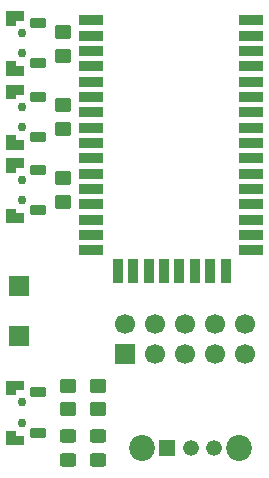
<source format=gbr>
%TF.GenerationSoftware,KiCad,Pcbnew,9.0.4*%
%TF.CreationDate,2025-09-28T00:50:50+02:00*%
%TF.ProjectId,BTM308-host-top,42544d33-3038-42d6-986f-73742d746f70,rev?*%
%TF.SameCoordinates,Original*%
%TF.FileFunction,Soldermask,Top*%
%TF.FilePolarity,Negative*%
%FSLAX46Y46*%
G04 Gerber Fmt 4.6, Leading zero omitted, Abs format (unit mm)*
G04 Created by KiCad (PCBNEW 9.0.4) date 2025-09-28 00:50:50*
%MOMM*%
%LPD*%
G01*
G04 APERTURE LIST*
G04 Aperture macros list*
%AMRoundRect*
0 Rectangle with rounded corners*
0 $1 Rounding radius*
0 $2 $3 $4 $5 $6 $7 $8 $9 X,Y pos of 4 corners*
0 Add a 4 corners polygon primitive as box body*
4,1,4,$2,$3,$4,$5,$6,$7,$8,$9,$2,$3,0*
0 Add four circle primitives for the rounded corners*
1,1,$1+$1,$2,$3*
1,1,$1+$1,$4,$5*
1,1,$1+$1,$6,$7*
1,1,$1+$1,$8,$9*
0 Add four rect primitives between the rounded corners*
20,1,$1+$1,$2,$3,$4,$5,0*
20,1,$1+$1,$4,$5,$6,$7,0*
20,1,$1+$1,$6,$7,$8,$9,0*
20,1,$1+$1,$8,$9,$2,$3,0*%
G04 Aperture macros list end*
%ADD10C,0.001000*%
%ADD11C,0.750000*%
%ADD12RoundRect,0.102000X0.600000X-0.300000X0.600000X0.300000X-0.600000X0.300000X-0.600000X-0.300000X0*%
%ADD13R,2.000000X0.925000*%
%ADD14R,0.925000X2.000000*%
%ADD15RoundRect,0.250000X0.450000X-0.350000X0.450000X0.350000X-0.450000X0.350000X-0.450000X-0.350000X0*%
%ADD16R,1.700000X1.700000*%
%ADD17RoundRect,0.250000X-0.450000X0.350000X-0.450000X-0.350000X0.450000X-0.350000X0.450000X0.350000X0*%
%ADD18RoundRect,0.250000X-0.450000X0.325000X-0.450000X-0.325000X0.450000X-0.325000X0.450000X0.325000X0*%
%ADD19C,1.700000*%
%ADD20R,1.337000X1.337000*%
%ADD21C,1.337000*%
%ADD22C,2.190000*%
G04 APERTURE END LIST*
D10*
%TO.C,SW6*%
X117050000Y-88067500D02*
X116400000Y-88067500D01*
X116400000Y-88467500D01*
X115650000Y-88467500D01*
X115650000Y-87317500D01*
X117050000Y-87317500D01*
X117050000Y-88067500D01*
G36*
X117050000Y-88067500D02*
G01*
X116400000Y-88067500D01*
X116400000Y-88467500D01*
X115650000Y-88467500D01*
X115650000Y-87317500D01*
X117050000Y-87317500D01*
X117050000Y-88067500D01*
G37*
X116400000Y-91967500D02*
X117050000Y-91967500D01*
X117050000Y-92717500D01*
X115650000Y-92717500D01*
X115650000Y-91567500D01*
X115700000Y-91567500D01*
X116400000Y-91567500D01*
X116400000Y-91967500D01*
G36*
X116400000Y-91967500D02*
G01*
X117050000Y-91967500D01*
X117050000Y-92717500D01*
X115650000Y-92717500D01*
X115650000Y-91567500D01*
X115700000Y-91567500D01*
X116400000Y-91567500D01*
X116400000Y-91967500D01*
G37*
%TO.C,SW1*%
X117050000Y-63025000D02*
X116400000Y-63025000D01*
X116400000Y-63425000D01*
X115650000Y-63425000D01*
X115650000Y-62275000D01*
X117050000Y-62275000D01*
X117050000Y-63025000D01*
G36*
X117050000Y-63025000D02*
G01*
X116400000Y-63025000D01*
X116400000Y-63425000D01*
X115650000Y-63425000D01*
X115650000Y-62275000D01*
X117050000Y-62275000D01*
X117050000Y-63025000D01*
G37*
X116400000Y-66925000D02*
X117050000Y-66925000D01*
X117050000Y-67675000D01*
X115650000Y-67675000D01*
X115650000Y-66525000D01*
X115700000Y-66525000D01*
X116400000Y-66525000D01*
X116400000Y-66925000D01*
G36*
X116400000Y-66925000D02*
G01*
X117050000Y-66925000D01*
X117050000Y-67675000D01*
X115650000Y-67675000D01*
X115650000Y-66525000D01*
X115700000Y-66525000D01*
X116400000Y-66525000D01*
X116400000Y-66925000D01*
G37*
%TO.C,SW2*%
X117050000Y-69250000D02*
X116400000Y-69250000D01*
X116400000Y-69650000D01*
X115650000Y-69650000D01*
X115650000Y-68500000D01*
X117050000Y-68500000D01*
X117050000Y-69250000D01*
G36*
X117050000Y-69250000D02*
G01*
X116400000Y-69250000D01*
X116400000Y-69650000D01*
X115650000Y-69650000D01*
X115650000Y-68500000D01*
X117050000Y-68500000D01*
X117050000Y-69250000D01*
G37*
X116400000Y-73150000D02*
X117050000Y-73150000D01*
X117050000Y-73900000D01*
X115650000Y-73900000D01*
X115650000Y-72750000D01*
X115700000Y-72750000D01*
X116400000Y-72750000D01*
X116400000Y-73150000D01*
G36*
X116400000Y-73150000D02*
G01*
X117050000Y-73150000D01*
X117050000Y-73900000D01*
X115650000Y-73900000D01*
X115650000Y-72750000D01*
X115700000Y-72750000D01*
X116400000Y-72750000D01*
X116400000Y-73150000D01*
G37*
%TO.C,SW3*%
X117050000Y-56800000D02*
X116400000Y-56800000D01*
X116400000Y-57200000D01*
X115650000Y-57200000D01*
X115650000Y-56050000D01*
X117050000Y-56050000D01*
X117050000Y-56800000D01*
G36*
X117050000Y-56800000D02*
G01*
X116400000Y-56800000D01*
X116400000Y-57200000D01*
X115650000Y-57200000D01*
X115650000Y-56050000D01*
X117050000Y-56050000D01*
X117050000Y-56800000D01*
G37*
X116400000Y-60700000D02*
X117050000Y-60700000D01*
X117050000Y-61450000D01*
X115650000Y-61450000D01*
X115650000Y-60300000D01*
X115700000Y-60300000D01*
X116400000Y-60300000D01*
X116400000Y-60700000D01*
G36*
X116400000Y-60700000D02*
G01*
X117050000Y-60700000D01*
X117050000Y-61450000D01*
X115650000Y-61450000D01*
X115650000Y-60300000D01*
X115700000Y-60300000D01*
X116400000Y-60300000D01*
X116400000Y-60700000D01*
G37*
%TD*%
D11*
%TO.C,SW6*%
X117000000Y-90867500D03*
X117000000Y-89167500D03*
D12*
X118300000Y-91717500D03*
X118300000Y-88317500D03*
%TD*%
D13*
%TO.C,U1*%
X122850000Y-56800000D03*
X122850000Y-58100000D03*
X122850000Y-59400000D03*
X122850000Y-60700000D03*
X122850000Y-62000000D03*
X122850000Y-63300000D03*
X122850000Y-64600000D03*
X122850000Y-65900000D03*
X122850000Y-67200000D03*
X122850000Y-68500000D03*
X122850000Y-69800000D03*
X122850000Y-71100000D03*
X122850000Y-72400000D03*
X122850000Y-73700000D03*
X122850000Y-75000000D03*
X122850000Y-76300000D03*
D14*
X125100000Y-78050000D03*
X126400000Y-78050000D03*
X127700000Y-78050000D03*
X129000000Y-78050000D03*
X130300000Y-78050000D03*
X131600000Y-78050000D03*
X132900000Y-78050000D03*
X134200000Y-78050000D03*
D13*
X136350000Y-76300000D03*
X136350000Y-75000000D03*
X136350000Y-73700000D03*
X136350000Y-72400000D03*
X136350000Y-71100000D03*
X136350000Y-69800000D03*
X136350000Y-68500000D03*
X136350000Y-67200000D03*
X136350000Y-65900000D03*
X136350000Y-64600000D03*
X136350000Y-63300000D03*
X136350000Y-62000000D03*
X136350000Y-60700000D03*
X136350000Y-59400000D03*
X136350000Y-58100000D03*
X136350000Y-56800000D03*
%TD*%
D15*
%TO.C,R2*%
X120450000Y-72200000D03*
X120450000Y-70200000D03*
%TD*%
D16*
%TO.C,J7*%
X116700000Y-79300000D03*
%TD*%
D11*
%TO.C,SW1*%
X117000000Y-65825000D03*
X117000000Y-64125000D03*
D12*
X118300000Y-66675000D03*
X118300000Y-63275000D03*
%TD*%
D16*
%TO.C,J6*%
X116700000Y-83500000D03*
%TD*%
D17*
%TO.C,R5*%
X120846667Y-87750000D03*
X120846667Y-89750000D03*
%TD*%
D15*
%TO.C,R1*%
X120450000Y-66000000D03*
X120450000Y-64000000D03*
%TD*%
D11*
%TO.C,SW2*%
X117000000Y-72050000D03*
X117000000Y-70350000D03*
D12*
X118300000Y-72900000D03*
X118300000Y-69500000D03*
%TD*%
D17*
%TO.C,R4*%
X123413333Y-87750000D03*
X123413333Y-89750000D03*
%TD*%
D18*
%TO.C,D2*%
X123428333Y-91975000D03*
X123428333Y-94025000D03*
%TD*%
D11*
%TO.C,SW3*%
X117000000Y-59600000D03*
X117000000Y-57900000D03*
D12*
X118300000Y-60450000D03*
X118300000Y-57050000D03*
%TD*%
D15*
%TO.C,R3*%
X120450000Y-59800000D03*
X120450000Y-57800000D03*
%TD*%
D16*
%TO.C,J5*%
X125670000Y-85025000D03*
D19*
X125670000Y-82485000D03*
X128210000Y-85025000D03*
X128210000Y-82485000D03*
X130750000Y-85025000D03*
X130750000Y-82485000D03*
X133290000Y-85025000D03*
X133290000Y-82485000D03*
X135830000Y-85025000D03*
X135830000Y-82485000D03*
%TD*%
D20*
%TO.C,SW4*%
X129250000Y-93000000D03*
D21*
X131250000Y-93000000D03*
X133250000Y-93000000D03*
D22*
X127150000Y-93000000D03*
X135350000Y-93000000D03*
%TD*%
D18*
%TO.C,D1*%
X120831667Y-91975000D03*
X120831667Y-94025000D03*
%TD*%
M02*

</source>
